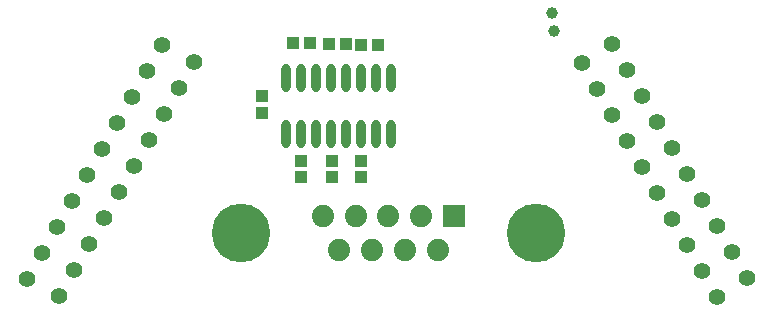
<source format=gbs>
%FSLAX44Y44*%
%MOMM*%
G71*
G01*
G75*
G04 Layer_Color=16711935*
%ADD10C,0.2540*%
%ADD11C,0.2000*%
%ADD12C,0.5000*%
%ADD13C,1.2000*%
%ADD14C,4.7600*%
%ADD15R,1.6900X1.6900*%
%ADD16C,1.6900*%
%ADD17C,0.8000*%
%ADD18R,0.8000X0.9000*%
%ADD19R,0.9000X0.8000*%
%ADD20O,0.6000X2.2000*%
%ADD21C,0.4000*%
%ADD22C,0.7000*%
%ADD23C,0.2500*%
%ADD24C,0.1500*%
%ADD25C,1.4032*%
%ADD26C,4.9632*%
%ADD27R,1.8932X1.8932*%
%ADD28C,1.8932*%
%ADD29C,1.0032*%
%ADD30R,1.0032X1.1032*%
%ADD31R,1.1032X1.0032*%
%ADD32O,0.8032X2.4032*%
D25*
X-41730Y58994D02*
D03*
X-29030Y80991D02*
D03*
X-16330Y102988D02*
D03*
X-3631Y124986D02*
D03*
X9069Y146982D02*
D03*
X21769Y168980D02*
D03*
X34469Y190977D02*
D03*
X47169Y212974D02*
D03*
X59869Y234971D02*
D03*
X72569Y256968D02*
D03*
X99857Y242830D02*
D03*
X87156Y220833D02*
D03*
X74457Y198836D02*
D03*
X61757Y176839D02*
D03*
X49057Y154842D02*
D03*
X36356Y132845D02*
D03*
X23656Y110848D02*
D03*
X10956Y88851D02*
D03*
X-1743Y66854D02*
D03*
X-14444Y44857D02*
D03*
X542605Y43644D02*
D03*
X529905Y65641D02*
D03*
X517205Y87638D02*
D03*
X504505Y109635D02*
D03*
X491805Y131632D02*
D03*
X479105Y153630D02*
D03*
X466405Y175627D02*
D03*
X453705Y197624D02*
D03*
X441005Y219621D02*
D03*
X428305Y241618D02*
D03*
X454142Y258267D02*
D03*
X466842Y236270D02*
D03*
X479542Y214273D02*
D03*
X492242Y192276D02*
D03*
X504942Y170279D02*
D03*
X517642Y148282D02*
D03*
X530342Y126285D02*
D03*
X543042Y104288D02*
D03*
X555742Y82290D02*
D03*
X568442Y60293D02*
D03*
D26*
X139581Y98000D02*
D03*
X389481D02*
D03*
D27*
X319931Y112200D02*
D03*
D28*
X306081Y83800D02*
D03*
X292231Y112200D02*
D03*
X278381Y83800D02*
D03*
X264531Y112200D02*
D03*
X250681Y83800D02*
D03*
X236831Y112200D02*
D03*
X222981Y83800D02*
D03*
X209131Y112200D02*
D03*
D29*
X403100Y283900D02*
D03*
X405100Y269100D02*
D03*
D30*
X214600Y257900D02*
D03*
X228600D02*
D03*
X183700Y258800D02*
D03*
X197700D02*
D03*
X255400Y257500D02*
D03*
X241400D02*
D03*
D31*
X157131Y200000D02*
D03*
Y214000D02*
D03*
X241231Y145200D02*
D03*
Y159200D02*
D03*
X216531Y145400D02*
D03*
Y159400D02*
D03*
X190331Y145400D02*
D03*
Y159400D02*
D03*
D32*
X266681Y181600D02*
D03*
X253981D02*
D03*
X241281D02*
D03*
X228581D02*
D03*
X215881D02*
D03*
X203181D02*
D03*
X190481D02*
D03*
X177781D02*
D03*
X266681Y229600D02*
D03*
X253981D02*
D03*
X241281D02*
D03*
X228581D02*
D03*
X215881D02*
D03*
X203181D02*
D03*
X190481D02*
D03*
X177781D02*
D03*
M02*

</source>
